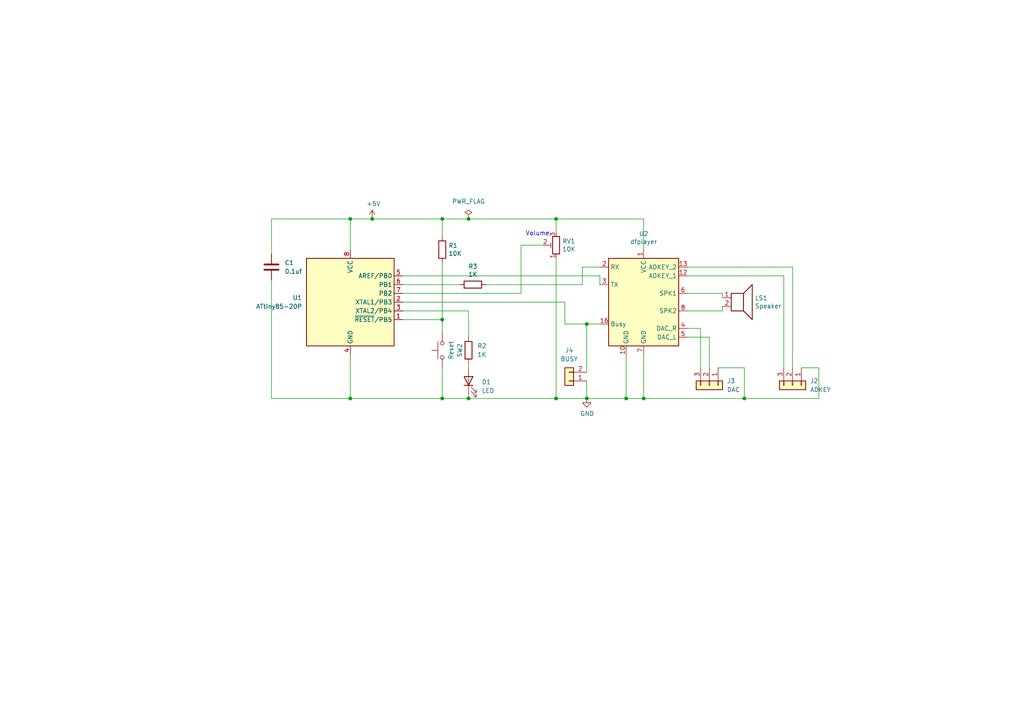
<source format=kicad_sch>
(kicad_sch (version 20211123) (generator eeschema)
  (paper "A4")
  (title_block (title "Swift Squeak Box v3.1.1"))
  (lib_symbols
    (symbol "Connector_Generic:Conn_01x02" (pin_names (offset 1.016) hide)
      (property "Reference" "J" (at 0 2.54 0))
      (property "Value" "Conn_01x02" (at 0 -5.08 0))
      (symbol "Conn_01x02_1_1"
        (rectangle (start -1.27 -2.413) (end 0 -2.667) (stroke (width 0.1524)))
        (rectangle (start -1.27 0.127) (end 0 -0.127) (stroke (width 0.1524)))
        (rectangle (start -1.27 1.27) (end 1.27 -3.81) (stroke (width 0.254)) (fill (type background)))
        (pin passive line (at -5.08 0 0) (length 3.81) (name "Pin_1") (number "1"))
        (pin passive line (at -5.08 -2.54 0) (length 3.81) (name "Pin_2") (number "2"))
      )
    )
    (symbol "Connector_Generic:Conn_01x03" (pin_names (offset 1.016) hide)
      (property "Reference" "J" (at 0 5.08 0))
      (property "Value" "Conn_01x03" (at 0 -5.08 0))
      (symbol "Conn_01x03_1_1"
        (rectangle (start -1.27 -2.413) (end 0 -2.667) (stroke (width 0.1524)))
        (rectangle (start -1.27 0.127) (end 0 -0.127) (stroke (width 0.1524)))
        (rectangle (start -1.27 2.667) (end 0 2.413) (stroke (width 0.1524)))
        (rectangle (start -1.27 3.81) (end 1.27 -3.81) (stroke (width 0.254)) (fill (type background)))
        (pin passive line (at -5.08 2.54 0) (length 3.81) (name "Pin_1") (number "1"))
        (pin passive line (at -5.08 0 0) (length 3.81) (name "Pin_2") (number "2"))
        (pin passive line (at -5.08 -2.54 0) (length 3.81) (name "Pin_3") (number "3"))
      )
    )
    (symbol "Device:C" (pin_numbers hide) (pin_names (offset 0.254))
      (property "Reference" "C" (at 0.635 2.54 0))
      (property "Value" "C" (at 0.635 -2.54 0))
      (symbol "C_0_1"
        (polyline (pts (xy -2.032 -0.762) (xy 2.032 -0.762)) (stroke (width 0.508)))
        (polyline (pts (xy -2.032 0.762) (xy 2.032 0.762)) (stroke (width 0.508)))
      )
      (symbol "C_1_1"
        (pin passive line (at 0 3.81 270) (length 2.794) (name "~") (number "1"))
        (pin passive line (at 0 -3.81 90) (length 2.794) (name "~") (number "2"))
      )
    )
    (symbol "Device:LED" (pin_numbers hide) (pin_names (offset 1.016) hide)
      (property "Reference" "D" (at 0 2.54 0))
      (property "Value" "LED" (at 0 -2.54 0))
      (symbol "LED_0_1"
        (polyline (pts (xy -1.27 -1.27) (xy -1.27 1.27)) (stroke (width 0.254)))
        (polyline (pts (xy -1.27 0) (xy 1.27 0)))
        (polyline (pts (xy 1.27 -1.27) (xy 1.27 1.27) (xy -1.27 0) (xy 1.27 -1.27)) (stroke (width 0.254)))
        (polyline (pts (xy -3.048 -0.762) (xy -4.572 -2.286) (xy -3.81 -2.286) (xy -4.572 -2.286) (xy -4.572 -1.524)))
        (polyline (pts (xy -1.778 -0.762) (xy -3.302 -2.286) (xy -2.54 -2.286) (xy -3.302 -2.286) (xy -3.302 -1.524)))
      )
      (symbol "LED_1_1"
        (pin passive line (at -3.81 0 0) (length 2.54) (name "K") (number "1"))
        (pin passive line (at 3.81 0 180) (length 2.54) (name "A") (number "2"))
      )
    )
    (symbol "Device:R" (pin_numbers hide) (pin_names (offset 0))
      (property "Reference" "R" (at 2.032 0 90))
      (property "Value" "R" (at 0 0 90))
      (symbol "R_0_1"
        (rectangle (start -1.016 -2.54) (end 1.016 2.54) (stroke (width 0.254)))
      )
      (symbol "R_1_1"
        (pin passive line (at 0 3.81 270) (length 1.27) (name "~") (number "1"))
        (pin passive line (at 0 -3.81 90) (length 1.27) (name "~") (number "2"))
      )
    )
    (symbol "Device:Speaker" (pin_names (offset 0) hide)
      (property "Reference" "LS" (at 1.27 5.715 0))
      (property "Value" "Speaker" (at 1.27 3.81 0))
      (symbol "Speaker_0_0"
        (rectangle (start -2.54 1.27) (end 1.016 -3.81) (stroke (width 0.254)))
        (polyline (pts (xy 1.016 1.27) (xy 3.556 3.81) (xy 3.556 -6.35) (xy 1.016 -3.81)) (stroke (width 0.254)))
      )
      (symbol "Speaker_1_1"
        (pin input line (at -5.08 0 0) (length 2.54) (name "1") (number "1"))
        (pin input line (at -5.08 -2.54 0) (length 2.54) (name "2") (number "2"))
      )
    )
    (symbol "MCU_Microchip_ATtiny:ATtiny85-20P"
      (property "Reference" "U" (at -12.7 13.97 0))
      (property "Value" "ATtiny85-20P" (at 2.54 -13.97 0))
      (symbol "ATtiny85-20P_0_1"
        (rectangle (start -12.7 -12.7) (end 12.7 12.7) (stroke (width 0.254)) (fill (type background)))
      )
      (symbol "ATtiny85-20P_1_1"
        (pin bidirectional line (at 15.24 -5.08 180) (length 2.54) (name "~{RESET}/PB5") (number "1"))
        (pin bidirectional line (at 15.24 0 180) (length 2.54) (name "XTAL1/PB3") (number "2"))
        (pin bidirectional line (at 15.24 -2.54 180) (length 2.54) (name "XTAL2/PB4") (number "3"))
        (pin power_in line (at 0 -15.24 90) (length 2.54) (name "GND") (number "4"))
        (pin bidirectional line (at 15.24 7.62 180) (length 2.54) (name "AREF/PB0") (number "5"))
        (pin bidirectional line (at 15.24 5.08 180) (length 2.54) (name "PB1") (number "6"))
        (pin bidirectional line (at 15.24 2.54 180) (length 2.54) (name "PB2") (number "7"))
        (pin power_in line (at 0 15.24 270) (length 2.54) (name "VCC") (number "8"))
      )
    )
    (symbol "Switch:SW_Push" (pin_numbers hide) (pin_names (offset 1.016) hide)
      (property "Reference" "SW" (at 1.27 2.54 0))
      (property "Value" "SW_Push" (at 0 -1.524 0))
      (symbol "SW_Push_0_1"
        (circle (center -2.032 0) (radius 0.508))
        (polyline (pts (xy 0 1.27) (xy 0 3.048)))
        (polyline (pts (xy 2.54 1.27) (xy -2.54 1.27)))
        (circle (center 2.032 0) (radius 0.508))
        (pin passive line (at -5.08 0 0) (length 2.54) (name "1") (number "1"))
        (pin passive line (at 5.08 0 180) (length 2.54) (name "2") (number "2"))
      )
    )
    (symbol "dplayer_swift-rescue:R_POT_TRIM-Device" (pin_names (offset 1.016) hide)
      (property "Reference" "RV" (at -4.445 0 90))
      (property "Value" "R_POT_TRIM-Device" (at -2.54 0 90))
      (symbol "R_POT_TRIM-Device_0_1"
        (polyline (pts (xy 1.524 0.762) (xy 1.524 -0.762)))
        (polyline (pts (xy 2.54 0) (xy 1.524 0)))
        (rectangle (start 1.016 2.54) (end -1.016 -2.54) (stroke (width 0.254)))
      )
      (symbol "R_POT_TRIM-Device_1_1"
        (pin passive line (at 0 3.81 270) (length 1.27) (name "1") (number "1"))
        (pin passive line (at 3.81 0 180) (length 1.27) (name "2") (number "2"))
        (pin passive line (at 0 -3.81 90) (length 1.27) (name "3") (number "3"))
      )
    )
    (symbol "dplayer_swift-rescue:dfplayer-dfplayer"
      (property "Reference" "U2" (at 0 19.8374 0))
      (property "Value" "dfplayer" (at 0 17.526 0))
      (symbol "dfplayer-dfplayer_0_1"
        (rectangle (start -10.16 12.7) (end 10.16 -12.7) (stroke (width 0.254)) (fill (type background)))
      )
      (symbol "dfplayer-dfplayer_1_1"
        (pin power_in line (at 0 15.24 270) (length 2.54) (name "VCC") (number "1"))
        (pin power_out line (at -5.08 -15.24 90) (length 2.54) (name "GND") (number "10"))
        (pin output line (at 12.7 7.62 180) (length 2.54) (name "ADKEY_1") (number "12"))
        (pin output line (at 12.7 10.16 180) (length 2.54) (name "ADKEY_2") (number "13"))
        (pin output line (at -12.7 -6.35 0) (length 2.54) (name "Busy") (number "16"))
        (pin input line (at -12.7 10.16 0) (length 2.54) (name "RX") (number "2"))
        (pin input line (at -12.7 5.08 0) (length 2.54) (name "TX") (number "3"))
        (pin output line (at 12.7 -7.62 180) (length 2.54) (name "DAC_R") (number "4"))
        (pin output line (at 12.7 -10.16 180) (length 2.54) (name "DAC_L") (number "5"))
        (pin output line (at 12.7 2.54 180) (length 2.54) (name "SPK1") (number "6"))
        (pin power_out line (at 0 -15.24 90) (length 2.54) (name "GND") (number "7"))
        (pin output line (at 12.7 -2.54 180) (length 2.54) (name "SPK2") (number "8"))
      )
    )
    (symbol "power:+5V" (power) (pin_names (offset 0))
      (property "Value" "+5V" (at 0 3.556 0))
      (symbol "+5V_0_1"
        (polyline (pts (xy -0.762 1.27) (xy 0 2.54)))
        (polyline (pts (xy 0 0) (xy 0 2.54)))
        (polyline (pts (xy 0 2.54) (xy 0.762 1.27)))
      )
      (symbol "+5V_1_1"
        (pin power_in line (at 0 0 90) (length 0) hide (name "+5V") (number "1"))
      )
    )
    (symbol "power:GND" (power) (pin_names (offset 0))
      (property "Value" "GND" (at 0 -3.81 0))
      (symbol "GND_0_1"
        (polyline (pts (xy 0 0) (xy 0 -1.27) (xy 1.27 -1.27) (xy 0 -2.54) (xy -1.27 -1.27) (xy 0 -1.27)))
      )
      (symbol "GND_1_1"
        (pin power_in line (at 0 0 270) (length 0) hide (name "GND") (number "1"))
      )
    )
    (symbol "power:PWR_FLAG" (power) (pin_numbers hide) (pin_names (offset 0) hide)
      (property "Value" "PWR_FLAG" (at 0 3.81 0))
      (symbol "PWR_FLAG_0_0"
        (pin power_out line (at 0 0 90) (length 0) (name "pwr") (number "1"))
      )
      (symbol "PWR_FLAG_0_1"
        (polyline (pts (xy 0 0) (xy 0 1.27) (xy -1.016 1.905) (xy 0 2.54) (xy 1.016 1.905) (xy 0 1.27)))
      )
    )
  )
  (junction (at 101.6 63.5))
  (junction (at 161.29 63.5))
  (junction (at 107.95 63.5))
  (junction (at 186.69 115.57))
  (junction (at 215.9 115.57))
  (junction (at 135.89 115.57))
  (junction (at 128.27 63.5))
  (junction (at 135.89 63.5))
  (junction (at 128.27 115.57))
  (junction (at 170.18 115.57))
  (junction (at 128.27 92.71))
  (junction (at 161.29 115.57))
  (junction (at 170.18 93.98))
  (junction (at 101.6 115.57))
  (junction (at 181.61 115.57))
  (wire (pts (xy 128.27 76.2) (xy 128.27 92.71)))
  (wire (pts (xy 203.2 95.25) (xy 203.2 106.68)))
  (wire (pts (xy 199.39 80.01) (xy 227.33 80.01)))
  (wire (pts (xy 101.6 115.57) (xy 128.27 115.57)))
  (wire (pts (xy 173.99 82.55) (xy 173.99 80.01)))
  (wire (pts (xy 170.18 115.57) (xy 181.61 115.57)))
  (wire (pts (xy 170.18 107.95) (xy 170.18 93.98)))
  (wire (pts (xy 116.84 82.55) (xy 133.35 82.55)))
  (wire (pts (xy 128.27 63.5) (xy 128.27 68.58)))
  (wire (pts (xy 181.61 115.57) (xy 186.69 115.57)))
  (wire (pts (xy 101.6 63.5) (xy 101.6 72.39)))
  (wire (pts (xy 163.83 93.98) (xy 170.18 93.98)))
  (wire (pts (xy 151.13 71.12) (xy 151.13 85.09)))
  (wire (pts (xy 78.74 115.57) (xy 101.6 115.57)))
  (wire (pts (xy 78.74 73.66) (xy 78.74 63.5)))
  (wire (pts (xy 78.74 63.5) (xy 101.6 63.5)))
  (wire (pts (xy 208.28 106.68) (xy 215.9 106.68)))
  (wire (pts (xy 128.27 63.5) (xy 135.89 63.5)))
  (wire (pts (xy 168.91 77.47) (xy 173.99 77.47)))
  (wire (pts (xy 229.87 77.47) (xy 229.87 106.68)))
  (wire (pts (xy 186.69 115.57) (xy 186.69 102.87)))
  (wire (pts (xy 135.89 115.57) (xy 161.29 115.57)))
  (wire (pts (xy 205.74 97.79) (xy 205.74 106.68)))
  (wire (pts (xy 199.39 77.47) (xy 229.87 77.47)))
  (wire (pts (xy 135.89 90.17) (xy 135.89 97.79)))
  (wire (pts (xy 107.95 63.5) (xy 128.27 63.5)))
  (wire (pts (xy 199.39 95.25) (xy 203.2 95.25)))
  (wire (pts (xy 116.84 92.71) (xy 128.27 92.71)))
  (wire (pts (xy 163.83 87.63) (xy 163.83 93.98)))
  (wire (pts (xy 116.84 80.01) (xy 173.99 80.01)))
  (wire (pts (xy 135.89 114.3) (xy 135.89 115.57)))
  (wire (pts (xy 227.33 80.01) (xy 227.33 106.68)))
  (wire (pts (xy 101.6 63.5) (xy 107.95 63.5)))
  (wire (pts (xy 128.27 92.71) (xy 128.27 96.52)))
  (wire (pts (xy 128.27 106.68) (xy 128.27 115.57)))
  (wire (pts (xy 209.55 90.17) (xy 209.55 88.9)))
  (wire (pts (xy 161.29 63.5) (xy 186.69 63.5)))
  (wire (pts (xy 135.89 63.5) (xy 161.29 63.5)))
  (wire (pts (xy 161.29 74.93) (xy 161.29 115.57)))
  (wire (pts (xy 116.84 87.63) (xy 163.83 87.63)))
  (wire (pts (xy 170.18 93.98) (xy 173.99 93.98)))
  (wire (pts (xy 170.18 110.49) (xy 170.18 115.57)))
  (wire (pts (xy 199.39 90.17) (xy 209.55 90.17)))
  (wire (pts (xy 78.74 81.28) (xy 78.74 115.57)))
  (wire (pts (xy 232.41 106.68) (xy 237.49 106.68)))
  (wire (pts (xy 215.9 115.57) (xy 237.49 115.57)))
  (wire (pts (xy 116.84 90.17) (xy 135.89 90.17)))
  (wire (pts (xy 135.89 105.41) (xy 135.89 106.68)))
  (wire (pts (xy 181.61 102.87) (xy 181.61 115.57)))
  (wire (pts (xy 101.6 102.87) (xy 101.6 115.57)))
  (wire (pts (xy 161.29 115.57) (xy 170.18 115.57)))
  (wire (pts (xy 199.39 97.79) (xy 205.74 97.79)))
  (wire (pts (xy 186.69 115.57) (xy 215.9 115.57)))
  (wire (pts (xy 186.69 63.5) (xy 186.69 72.39)))
  (wire (pts (xy 209.55 85.09) (xy 209.55 86.36)))
  (wire (pts (xy 128.27 115.57) (xy 135.89 115.57)))
  (wire (pts (xy 168.91 77.47) (xy 168.91 82.55)))
  (wire (pts (xy 116.84 85.09) (xy 151.13 85.09)))
  (wire (pts (xy 215.9 106.68) (xy 215.9 115.57)))
  (wire (pts (xy 168.91 82.55) (xy 140.97 82.55)))
  (wire (pts (xy 151.13 71.12) (xy 157.48 71.12)))
  (wire (pts (xy 161.29 63.5) (xy 161.29 67.31)))
  (wire (pts (xy 237.49 115.57) (xy 237.49 106.68)))
  (wire (pts (xy 199.39 85.09) (xy 209.55 85.09)))
  (text "Volume" (at 152.4 68.58 0) (effects (font (size 1.27 1.27)) (justify left bottom)))
  (symbol (lib_id "dplayer_swift-rescue:dfplayer-dfplayer") (at 186.69 87.63 0) (unit 1)
    (property "Reference" "U2" (at 186.69 67.7926 0))
    (property "Value" "dfplayer" (at 186.69 70.104 0))
    (property "Footprint" "Arduino_Nano:DFPlayer" (effects hide))
    (property "Datasheet" "http://www.ti.com/lit/ds/symlink/tpa5050.pdf" (effects hide))
  )
  (symbol (lib_id "Device:Speaker") (at 214.63 86.36 0) (unit 1)
    (property "Reference" "LS1" (at 218.948 86.4616 0) (effects (justify left)))
    (property "Value" "Speaker" (at 218.948 88.773 0) (effects (justify left)))
    (property "Footprint" "Connector_PinHeader_2.00mm:PinHeader_1x02_P2.00mm_Vertical" (effects hide))
  )
  (symbol (lib_id "Device:R") (at 137.16 82.55 270) (unit 1)
    (property "Reference" "R3" (at 137.16 77.2922 90))
    (property "Value" "1K" (at 137.16 79.6036 90))
    (property "Footprint" "Resistor_THT:R_Axial_DIN0207_L6.3mm_D2.5mm_P7.62mm_Horizontal" (effects hide))
  )
  (symbol (lib_id "dplayer_swift-rescue:R_POT_TRIM-Device") (at 161.29 71.12 180) (unit 1)
    (property "Reference" "RV1" (at 163.068 69.9516 0) (effects (justify right)))
    (property "Value" "10K" (at 163.068 72.263 0) (effects (justify right)))
    (property "Footprint" "Potentiometer_THT:Potentiometer_Piher_PT-10-V10_Vertical" (effects hide))
  )
  (symbol (lib_id "Switch:SW_Push") (at 128.27 101.6 90) (unit 1)
    (property "Reference" "SW2" (at 133.35 101.6 0))
    (property "Value" "Reset" (at 130.81 101.6 0))
    (property "Footprint" "Button_Switch_THT:SW_PUSH_6mm_H4.3mm" (effects hide))
  )
  (symbol (lib_id "Device:R") (at 128.27 72.39 0) (unit 1)
    (property "Reference" "R1" (at 130.048 71.2216 0) (effects (justify left)))
    (property "Value" "10K" (at 130.048 73.533 0) (effects (justify left)))
    (property "Footprint" "Resistor_THT:R_Axial_DIN0207_L6.3mm_D2.5mm_P7.62mm_Horizontal" (effects hide))
  )
  (symbol (lib_id "power:+5V") (at 107.95 63.5 0) (unit 1)
    (property "Reference" "#PWR01" (effects hide))
    (property "Value" "+5V" (at 108.331 59.1058 0))
  )
  (symbol (lib_id "power:GND") (at 170.18 115.57 0) (unit 1)
    (property "Reference" "#PWR02" (effects hide))
    (property "Value" "GND" (at 170.307 119.9642 0))
  )
  (symbol (lib_id "Device:LED") (at 135.89 110.49 90) (unit 1)
    (property "Reference" "D1" (at 139.7 110.8074 90) (effects (justify right)))
    (property "Value" "LED" (at 139.7 113.3474 90) (effects (justify right)))
    (property "Footprint" "LED_THT:LED_D3.0mm" (effects hide))
  )
  (symbol (lib_id "Connector_Generic:Conn_01x02") (at 165.1 110.49 180) (unit 1)
    (property "Reference" "J4" (at 165.1 101.6 0))
    (property "Value" "BUSY" (at 165.1 104.14 0))
    (property "Footprint" "Connector_PinHeader_2.00mm:PinHeader_1x02_P2.00mm_Vertical" (effects hide))
  )
  (symbol (lib_id "Device:C") (at 78.74 77.47 0) (unit 1)
    (property "Reference" "C1" (at 82.55 76.1999 0) (effects (justify left)))
    (property "Value" "0.1uf" (at 82.55 78.7399 0) (effects (justify left)))
    (property "Footprint" "Capacitor_THT:C_Rect_L4.6mm_W2.0mm_P2.50mm_MKS02_FKP02" (effects hide))
  )
  (symbol (lib_id "Connector_Generic:Conn_01x03") (at 205.74 111.76 270) (unit 1)
    (property "Reference" "J3" (at 210.82 110.4899 90) (effects (justify left)))
    (property "Value" "DAC" (at 210.82 113.0299 90) (effects (justify left)))
    (property "Footprint" "Connector_PinHeader_2.00mm:PinHeader_1x03_P2.00mm_Vertical" (effects hide))
  )
  (symbol (lib_id "MCU_Microchip_ATtiny:ATtiny85-20P") (at 101.6 87.63 0) (unit 1)
    (property "Reference" "U1" (at 87.63 86.3599 0) (effects (justify right)))
    (property "Value" "ATtiny85-20P" (at 87.63 88.8999 0) (effects (justify right)))
    (property "Footprint" "Package_DIP:DIP-8_W7.62mm" (effects hide))
    (property "Datasheet" "http://ww1.microchip.com/downloads/en/DeviceDoc/atmel-2586-avr-8-bit-microcontroller-attiny25-attiny45-attiny85_datasheet.pdf" (effects hide))
  )
  (symbol (lib_id "Connector_Generic:Conn_01x03") (at 229.87 111.76 270) (unit 1)
    (property "Reference" "J2" (at 234.95 110.4899 90) (effects (justify left)))
    (property "Value" "ADKEY" (at 234.95 113.0299 90) (effects (justify left)))
    (property "Footprint" "Connector_PinHeader_2.00mm:PinHeader_1x03_P2.00mm_Vertical" (effects hide))
  )
  (symbol (lib_id "Device:R") (at 135.89 101.6 0) (unit 1)
    (property "Reference" "R2" (at 138.43 100.3299 0) (effects (justify left)))
    (property "Value" "1K" (at 138.43 102.8699 0) (effects (justify left)))
    (property "Footprint" "Resistor_THT:R_Axial_DIN0207_L6.3mm_D2.5mm_P7.62mm_Horizontal" (effects hide))
  )
  (symbol (lib_id "power:PWR_FLAG") (at 135.89 63.5 0) (unit 1)
    (property "Reference" "#FLG01" (effects hide))
    (property "Value" "PWR_FLAG" (at 135.89 58.42 0))
    (property "Footprint" "Connector_PinHeader_2.54mm:PinHeader_2x01_P2.54mm_Vertical" (effects hide))
  )
)
</source>
